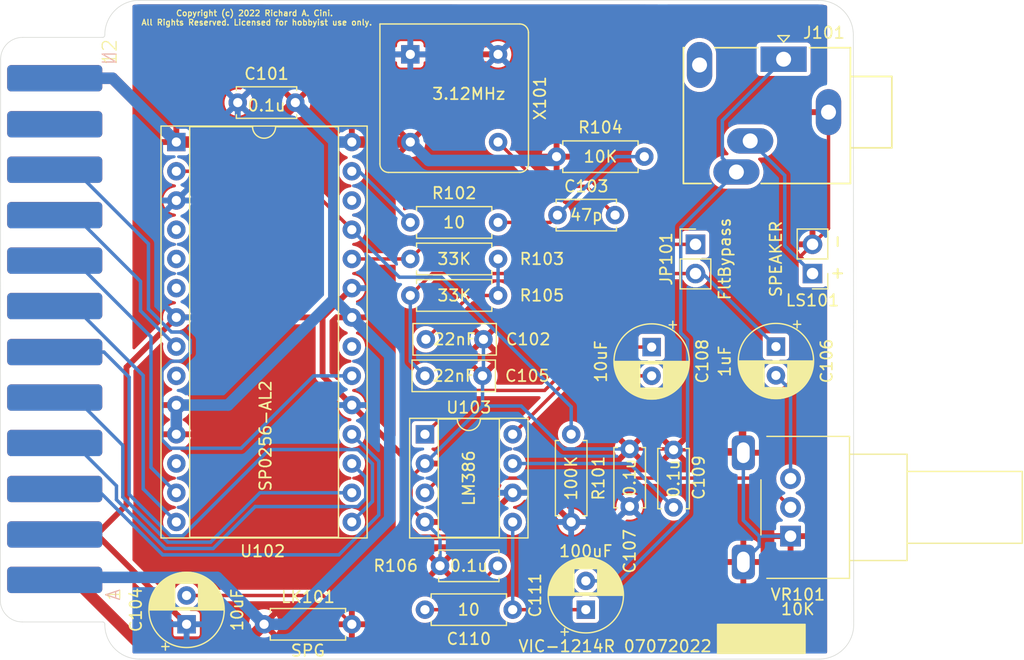
<source format=kicad_pcb>
(kicad_pcb (version 20211014) (generator pcbnew)
  (layers (0 "F.Cu" signal) (31 "B.Cu" signal) (34 "B.Paste" user) (35 "F.Paste" user) (36 "B.SilkS" user "B.Silkscreen") (37 "F.SilkS" user "F.Silkscreen") (38 "B.Mask" user) (39 "F.Mask" user) (44 "Edge.Cuts" user))
  (net 0 "")
  (net 1 "Net-(C102-Pad1)")
  (net 2 "GNDA")
  (net 3 "Net-(C103-Pad1)")
  (net 4 "Net-(C103-Pad2)")
  (net 5 "Net-(C105-Pad1)")
  (net 6 "Net-(C106-Pad2)")
  (net 7 "Net-(C108-Pad1)")
  (net 8 "Net-(C108-Pad2)")
  (net 9 "Net-(C109-Pad1)")
  (net 10 "Net-(C110-Pad1)")
  (net 11 "Net-(C111-Pad1)")
  (net 12 "Net-(C111-Pad2)")
  (net 13 "Net-(J101-PadRN)")
  (net 15 "Net-(JP101-Pad1)")
  (net 16 "Net-(R101-Pad1)")
  (net 17 "Net-(R102-Pad2)")
  (net 26 "GND")
  (net 29 "PB0")
  (net 30 "PB1")
  (net 31 "PB2")
  (net 32 "PB3")
  (net 33 "PB4")
  (net 34 "PB5")
  (net 35 "PB6")
  (net 36 "PB7")
  (net 45 "Net-(U103-Pad3)")
  (net 46 "VCC")
  (footprint "Capacitor_THT:CP_Radial_D6.3mm_P2.50mm" (layer "F.Cu") (at 114.935 101.64 -90)
    (fp_text reference "C108" (at 1.23 -4.4 90) (layer "F.SilkS"))
    (fp_text value "10uF" (at 1.25 4.4 90) (layer "F.SilkS"))
    (pad "1" thru_hole rect (at 0 0 270) (size 1.6 1.6) (drill 0.8) (layers *.Cu *.Mask) (net 7 "Net-(C108-Pad1)"))
    (pad "2" thru_hole circle (at 2.5 0 270) (size 1.6 1.6) (drill 0.8) (layers *.Cu *.Mask) (net 8 "Net-(C108-Pad2)"))
  )
  (footprint "Capacitor_THT:CP_Radial_D6.3mm_P2.50mm" (layer "F.Cu") (at 109.22 124.46 90)
    (fp_text reference "C111" (at 1.25 -4.4 90) (layer "F.SilkS"))
    (fp_text value "100uF" (at 5.08 0 180) (layer "F.SilkS"))
    (pad "1" thru_hole rect (at 0 0 90) (size 1.6 1.6) (drill 0.8) (layers *.Cu *.Mask) (net 11 "Net-(C111-Pad1)"))
    (pad "2" thru_hole circle (at 2.5 0 90) (size 1.6 1.6) (drill 0.8) (layers *.Cu *.Mask) (net 12 "Net-(C111-Pad2)"))
  )
  (footprint "Resistor_THT:R_Axial_DIN0207_L6.3mm_D2.5mm_P7.62mm_Horizontal" (layer "F.Cu") (at 114.3 85.09 180)
    (fp_text reference "R104" (at 3.81 2.54) (layer "F.SilkS"))
    (fp_text value "10K" (at 3.81 0) (layer "F.SilkS"))
    (pad "1" thru_hole circle (at 0 0 180) (size 1.6 1.6) (drill 0.8) (layers *.Cu *.Mask) (net 3 "Net-(C103-Pad1)"))
    (pad "2" thru_hole oval (at 7.62 0 180) (size 1.6 1.6) (drill 0.8) (layers *.Cu *.Mask) (net 26 "GND"))
  )
  (footprint "Package_DIP:DIP-28_W15.24mm_Socket" (layer "F.Cu") (at 73.66 83.82)
    (fp_text reference "U102" (at 7.493 35.56) (layer "F.SilkS"))
    (fp_text value "SP0256-AL2" (at 7.747 25.527 90) (layer "F.SilkS"))
    (pad "1" thru_hole rect (at 0 0) (size 1.6 1.6) (drill 0.8) (layers *.Cu *.Mask) (net 26 "GND"))
    (pad "2" thru_hole oval (at 0 2.54) (size 1.6 1.6) (drill 0.8) (layers *.Cu *.Mask) (net 16 "Net-(R101-Pad1)"))
    (pad "3" thru_hole oval (at 0 5.08) (size 1.6 1.6) (drill 0.8) (layers *.Cu *.Mask) (net 46 "VCC"))
    (pad "4" thru_hole oval (at 0 7.62) (size 1.6 1.6) (drill 0.8) (layers *.Cu *.Mask))
    (pad "5" thru_hole oval (at 0 10.16) (size 1.6 1.6) (drill 0.8) (layers *.Cu *.Mask))
    (pad "6" thru_hole oval (at 0 12.7) (size 1.6 1.6) (drill 0.8) (layers *.Cu *.Mask))
    (pad "7" thru_hole oval (at 0 15.24) (size 1.6 1.6) (drill 0.8) (layers *.Cu *.Mask) (net 46 "VCC"))
    (pad "8" thru_hole oval (at 0 17.78) (size 1.6 1.6) (drill 0.8) (layers *.Cu *.Mask) (net 35 "PB6"))
    (pad "9" thru_hole oval (at 0 20.32) (size 1.6 1.6) (drill 0.8) (layers *.Cu *.Mask))
    (pad "10" thru_hole oval (at 0 22.86) (size 1.6 1.6) (drill 0.8) (layers *.Cu *.Mask) (net 26 "GND"))
    (pad "11" thru_hole oval (at 0 25.4) (size 1.6 1.6) (drill 0.8) (layers *.Cu *.Mask) (net 26 "GND"))
    (pad "12" thru_hole oval (at 0 27.94) (size 1.6 1.6) (drill 0.8) (layers *.Cu *.Mask))
    (pad "13" thru_hole oval (at 0 30.48) (size 1.6 1.6) (drill 0.8) (layers *.Cu *.Mask) (net 34 "PB5"))
    (pad "14" thru_hole oval (at 0 33.02) (size 1.6 1.6) (drill 0.8) (layers *.Cu *.Mask) (net 33 "PB4"))
    (pad "15" thru_hole oval (at 15.24 33.02) (size 1.6 1.6) (drill 0.8) (layers *.Cu *.Mask) (net 32 "PB3"))
    (pad "16" thru_hole oval (at 15.24 30.48) (size 1.6 1.6) (drill 0.8) (layers *.Cu *.Mask) (net 31 "PB2"))
    (pad "17" thru_hole oval (at 15.24 27.94) (size 1.6 1.6) (drill 0.8) (layers *.Cu *.Mask) (net 30 "PB1"))
    (pad "18" thru_hole oval (at 15.24 25.4) (size 1.6 1.6) (drill 0.8) (layers *.Cu *.Mask) (net 29 "PB0"))
    (pad "19" thru_hole oval (at 15.24 22.86) (size 1.6 1.6) (drill 0.8) (layers *.Cu *.Mask) (net 46 "VCC"))
    (pad "20" thru_hole oval (at 15.24 20.32) (size 1.6 1.6) (drill 0.8) (layers *.Cu *.Mask) (net 36 "PB7"))
    (pad "21" thru_hole oval (at 15.24 17.78) (size 1.6 1.6) (drill 0.8) (layers *.Cu *.Mask))
    (pad "22" thru_hole oval (at 15.24 15.24) (size 1.6 1.6) (drill 0.8) (layers *.Cu *.Mask) (net 26 "GND"))
    (pad "23" thru_hole oval (at 15.24 12.7) (size 1.6 1.6) (drill 0.8) (layers *.Cu *.Mask) (net 46 "VCC"))
    (pad "24" thru_hole oval (at 15.24 10.16) (size 1.6 1.6) (drill 0.8) (layers *.Cu *.Mask) (net 15 "Net-(JP101-Pad1)"))
    (pad "25" thru_hole oval (at 15.24 7.62) (size 1.6 1.6) (drill 0.8) (layers *.Cu *.Mask) (net 16 "Net-(R101-Pad1)"))
    (pad "26" thru_hole oval (at 15.24 5.08) (size 1.6 1.6) (drill 0.8) (layers *.Cu *.Mask))
    (pad "27" thru_hole oval (at 15.24 2.54) (size 1.6 1.6) (drill 0.8) (layers *.Cu *.Mask) (net 17 "Net-(R102-Pad2)"))
    (pad "28" thru_hole oval (at 15.24 0) (size 1.6 1.6) (drill 0.8) (layers *.Cu *.Mask) (net 26 "GND"))
  )
  (footprint "Resistor_THT:R_Axial_DIN0207_L6.3mm_D2.5mm_P7.62mm_Horizontal" (layer "F.Cu") (at 107.95 109.22 -90)
    (fp_text reference "R101" (at 3.81 -2.37 90) (layer "F.SilkS"))
    (fp_text value "100K" (at 3.81 0 90) (layer "F.SilkS"))
    (pad "1" thru_hole circle (at 0 0 270) (size 1.6 1.6) (drill 0.8) (layers *.Cu *.Mask) (net 16 "Net-(R101-Pad1)"))
    (pad "2" thru_hole oval (at 7.62 0 270) (size 1.6 1.6) (drill 0.8) (layers *.Cu *.Mask) (net 46 "VCC"))
  )
  (footprint "Connector_Audio:Jack_3.5mm_Ledino_KB3SPRS_Horizontal" (layer "F.Cu") (at 126.396 76.6225 180)
    (fp_text reference "J101" (at -3.5 2.3) (layer "F.SilkS"))
    (fp_text value "JACK 3.5MM")
    (pad "R" thru_hole oval (at 4.1 -9.8 180) (size 4 2.2) (drill 1.3) (layers *.Cu *.Mask) (net 12 "Net-(C111-Pad2)"))
    (pad "RN" thru_hole oval (at 2.9 -7.1 180) (size 4 2.2) (drill 1.3) (layers *.Cu *.Mask) (net 13 "Net-(J101-PadRN)"))
    (pad "S" thru_hole oval (at -3.9 -4.6 180) (size 2.2 4) (drill 1.3) (layers *.Cu *.Mask) (net 2 "GNDA"))
    (pad "T" thru_hole rect (at 0 0 180) (size 4 2.2) (drill 1.3) (layers *.Cu *.Mask) (net 12 "Net-(C111-Pad2)"))
    (pad "TN" thru_hole oval (at 7.3 -0.5 270) (size 4 2.2) (drill 1.3) (layers *.Cu *.Mask))
  )
  (footprint "Capacitor_THT:C_Disc_D5.0mm_W2.5mm_P5.00mm" (layer "F.Cu") (at 116.84 115.57 90)
    (fp_text reference "C109" (at 2.5908 2.1844 90) (layer "F.SilkS"))
    (fp_text value "0.1u" (at 2.5 0 90) (layer "F.SilkS"))
    (pad "1" thru_hole circle (at 0 0 90) (size 1.6 1.6) (drill 0.8) (layers *.Cu *.Mask) (net 9 "Net-(C109-Pad1)"))
    (pad "2" thru_hole circle (at 5 0 90) (size 1.6 1.6) (drill 0.8) (layers *.Cu *.Mask) (net 2 "GNDA"))
  )
  (footprint "Package_DIP:DIP-8_W7.62mm_Socket" (layer "F.Cu") (at 95.25 109.22)
    (fp_text reference "U103" (at 3.81 -2.33) (layer "F.SilkS"))
    (fp_text value "LM386" (at 3.81 3.81 90) (layer "F.SilkS"))
    (pad "1" thru_hole rect (at 0 0) (size 1.6 1.6) (drill 0.8) (layers *.Cu *.Mask) (net 7 "Net-(C108-Pad1)"))
    (pad "2" thru_hole oval (at 0 2.54) (size 1.6 1.6) (drill 0.8) (layers *.Cu *.Mask) (net 2 "GNDA"))
    (pad "3" thru_hole oval (at 0 5.08) (size 1.6 1.6) (drill 0.8) (layers *.Cu *.Mask) (net 45 "Net-(U103-Pad3)"))
    (pad "4" thru_hole oval (at 0 7.62) (size 1.6 1.6) (drill 0.8) (layers *.Cu *.Mask) (net 2 "GNDA"))
    (pad "5" thru_hole oval (at 7.62 7.62) (size 1.6 1.6) (drill 0.8) (layers *.Cu *.Mask) (net 11 "Net-(C111-Pad1)"))
    (pad "6" thru_hole oval (at 7.62 5.08) (size 1.6 1.6) (drill 0.8) (layers *.Cu *.Mask) (net 46 "VCC"))
    (pad "7" thru_hole oval (at 7.62 2.54) (size 1.6 1.6) (drill 0.8) (layers *.Cu *.Mask) (net 9 "Net-(C109-Pad1)"))
    (pad "8" thru_hole oval (at 7.62 0) (size 1.6 1.6) (drill 0.8) (layers *.Cu *.Mask) (net 8 "Net-(C108-Pad2)"))
  )
  (footprint "Oscillator:Oscillator_DIP-8" (layer "F.Cu") (at 93.98 76.2 -90)
    (fp_text reference "X101" (at 3.81 -11.26 90) (layer "F.SilkS"))
    (fp_text value "3.12MHz" (at 3.435 -5.08 180) (layer "F.SilkS"))
    (pad "1" thru_hole rect (at 0 0 270) (size 1.6 1.6) (drill 0.8) (layers *.Cu *.Mask) (net 46 "VCC"))
    (pad "4" thru_hole circle (at 7.62 0 270) (size 1.6 1.6) (drill 0.8) (layers *.Cu *.Mask) (net 26 "GND"))
    (pad "5" thru_hole circle (at 7.62 -7.62 270) (size 1.6 1.6) (drill 0.8) (layers *.Cu *.Mask) (net 4 "Net-(C103-Pad2)"))
    (pad "8" thru_hole circle (at 0 -7.62 270) (size 1.6 1.6) (drill 0.8) (layers *.Cu *.Mask) (net 46 "VCC"))
  )
  (footprint "Resistor_THT:R_Axial_DIN0207_L6.3mm_D2.5mm_P7.62mm_Horizontal" (layer "F.Cu") (at 101.6 97.155 180)
    (fp_text reference "R105" (at -3.81 0) (layer "F.SilkS"))
    (fp_text value "33K" (at 3.81 0) (layer "F.SilkS"))
    (pad "1" thru_hole circle (at 0 0 180) (size 1.6 1.6) (drill 0.8) (layers *.Cu *.Mask) (net 1 "Net-(C102-Pad1)"))
    (pad "2" thru_hole oval (at 7.62 0 180) (size 1.6 1.6) (drill 0.8) (layers *.Cu *.Mask) (net 5 "Net-(C105-Pad1)"))
  )
  (footprint "Potentiometer_THT:Potentiometer_Alps_RK09L_Single_Horizontal" (layer "F.Cu") (at 127 118.07 180)
    (fp_text reference "VR101" (at -0.635 -5.08) (layer "F.SilkS"))
    (fp_text value "10K" (at -0.635 -6.35) (layer "F.SilkS"))
    (pad "1" thru_hole rect (at 0 0) (size 1.8 1.8) (drill 1) (layers *.Cu *.Mask) (net 2 "GNDA"))
    (pad "2" thru_hole circle (at 0 2.5) (size 1.8 1.8) (drill 1) (layers *.Cu *.Mask) (net 45 "Net-(U103-Pad3)"))
    (pad "3" thru_hole circle (at 0 5) (size 1.8 1.8) (drill 1) (layers *.Cu *.Mask) (net 6 "Net-(C106-Pad2)"))
    (pad "MP" thru_hole roundrect (at 4.1 7.25 90) (size 3 2) (drill oval 1.8 1.1) (layers *.Cu *.Mask) (net 2 "GNDA"))
    (pad "MP" thru_hole roundrect (at 4.1 -2.25 90) (size 3 2) (drill oval 1.8 1.1) (layers *.Cu *.Mask) (net 2 "GNDA"))
  )
  (footprint "Capacitor_THT:C_Disc_D5.0mm_W2.5mm_P5.00mm" (layer "F.Cu") (at 106.76 90.17)
    (fp_text reference "C103" (at 2.5 -2.5) (layer "F.SilkS"))
    (fp_text value "47p" (at 2.5 0) (layer "F.SilkS"))
    (pad "1" thru_hole circle (at 0 0) (size 1.6 1.6) (drill 0.8) (layers *.Cu *.Mask) (net 3 "Net-(C103-Pad1)"))
    (pad "2" thru_hole circle (at 5 0) (size 1.6 1.6) (drill 0.8) (layers *.Cu *.Mask) (net 4 "Net-(C103-Pad2)"))
  )
  (footprint "Capacitor_THT:C_Disc_D5.0mm_W2.5mm_P5.00mm" (layer "F.Cu") (at 113.03 115.49 90)
    (fp_text reference "C107" (at -3.89 0 90) (layer "F.SilkS"))
    (fp_text value "0.1u" (at 2.5 0 90) (layer "F.SilkS"))
    (pad "1" thru_hole circle (at 0 0 90) (size 1.6 1.6) (drill 0.8) (layers *.Cu *.Mask) (net 46 "VCC"))
    (pad "2" thru_hole circle (at 5 0 90) (size 1.6 1.6) (drill 0.8) (layers *.Cu *.Mask) (net 2 "GNDA"))
  )
  (footprint "Connector_PinHeader_2.54mm:PinHeader_1x02_P2.54mm_Vertical" (layer "F.Cu") (at 128.905 95.25 180)
    (fp_text reference "LS101" (at 0 -2.33) (layer "F.SilkS"))
    (fp_text value "SPEAKER" (at 3.175 1.27 90) (layer "F.SilkS"))
    (pad "1" thru_hole rect (at 0 0 180) (size 1.7 1.7) (drill 1) (layers *.Cu *.Mask) (net 13 "Net-(J101-PadRN)"))
    (pad "2" thru_hole oval (at 0 2.54 180) (size 1.7 1.7) (drill 1) (layers *.Cu *.Mask) (net 2 "GNDA"))
  )
  (footprint "Resistor_THT:R_Axial_DIN0207_L6.3mm_D2.5mm_P7.62mm_Horizontal" (layer "F.Cu") (at 101.6 90.805 180)
    (fp_text reference "R102" (at 3.81 2.54) (layer "F.SilkS"))
    (fp_text value "10" (at 3.81 0) (layer "F.SilkS"))
    (pad "1" thru_hole circle (at 0 0 180) (size 1.6 1.6) (drill 0.8) (layers *.Cu *.Mask) (net 3 "Net-(C103-Pad1)"))
    (pad "2" thru_hole oval (at 7.62 0 180) (size 1.6 1.6) (drill 0.8) (layers *.Cu *.Mask) (net 17 "Net-(R102-Pad2)"))
  )
  (footprint "RAC_Custom:MA156-12-2-Peripheral" (layer "F.Cu") (at 63.5 100.076 -90)
    (fp_text reference "U101" hide)
    (fp_text value "MA156-12-2" hide)
    (fp_text user "N" (at -24.257 -5.08 -90) (layer "B.SilkS") (effects (font (size 1.2065 1.2065) (thickness 0.1016)) (justify left bottom mirror)))
    (fp_text user "A" (at 22.5044 -5.3848 -90) (layer "B.SilkS") (effects (font (size 1.2065 1.2065) (thickness 0.1016)) (justify left bottom mirror)))
    (fp_text user "12" (at -22.86 -5.08 -90) (layer "F.SilkS") (effects (font (size 1.2065 1.2065) (thickness 0.1016)) (justify left bottom)))
    (fp_text user "1" (at 23.7 -5.4 -90) (layer "F.SilkS") (effects (font (size 1.2065 1.2065) (thickness 0.1016)) (justify left bottom)))
    (fp_line (start 23.545 5.127962) (end -23.445 5.0975) (layer "Edge.Cuts") (width 0.05))
    (fp_line (start -25.35 3.1925) (end -25.35 -3.7925) (layer "Edge.Cuts") (width 0.05))
    (fp_line (start 25.45 3.222962) (end 25.45 -3.7925) (layer "Edge.Cuts") (width 0.05))
    (fp_arc (start -25.575 -3.95) (mid -25.433007 -3.913383) (end -25.35 -3.7925) (layer "Edge.Cuts") (width 0.05))
    (fp_arc (start 25.45 3.222962) (mid 24.892038 4.569999) (end 23.545 5.127962) (layer "Edge.Cuts") (width 0.05))
    (fp_arc (start -23.445 5.0975) (mid -24.792038 4.539538) (end -25.35 3.1925) (layer "Edge.Cuts") (width 0.05))
    (fp_arc (start 25.45 -3.7925) (mid 25.533011 -3.913375) (end 25.675 -3.95) (layer "Edge.Cuts") (width 0.05))
    (pad "1" smd roundrect (at 21.8 0.4 90) (size 2.286 8.255) (layers "F.Cu" "F.Paste" "F.Mask") (roundrect_rratio 0.15) (net 26 "GND"))
    (pad "2" smd roundrect (at 17.85 0.4 90) (size 2.286 8.255) (layers "F.Cu" "F.Paste" "F.Mask") (roundrect_rratio 0.15) (net 46 "VCC"))
    (pad "3" smd roundrect (at 13.9 0.4 90) (size 2.286 8.255) (layers "F.Cu" "F.Paste" "F.Mask") (roundrect_rratio 0.15))
    (pad "4" smd roundrect (at 9.9 0.4 90) (size 2.286 8.255) (layers "F.Cu" "F.Paste" "F.Mask") (roundrect_rratio 0.15))
    (pad "5" smd roundrect (at 5.95 0.4 90) (size 2.286 8.255) (layers "F.Cu" "F.Paste" "F.Mask") (roundrect_rratio 0.15))
    (pad "6" smd roundrect (at 2 0.4 90) (size 2.286 8.255) (layers "F.Cu" "F.Paste" "F.Mask") (roundrect_rratio 0.15))
    (pad "7" smd roundrect (at -2 0.4 90) (size 2.286 8.255) (layers "F.Cu" "F.Paste" "F.Mask") (roundrect_rratio 0.15))
    (pad "8" smd roundrect (at -5.95 0.4 90) (size 2.286 8.255) (layers "F.Cu" "F.Paste" "F.Mask") (roundrect_rratio 0.15))
    (pad "9" smd roundrect (at -9.9 0.4 90) (size 2.286 8.255) (layers "F.Cu" "F.Paste" "F.Mask") (roundrect_rratio 0.15))
    (pad "10" smd roundrect (at -13.85 0.4 90) (size 2.286 8.255) (layers "F.Cu" "F.Paste" "F.Mask") (roundrect_rratio 0.15))
    (pad "11" smd roundrect (at -17.8 0.4 90) (size 2.286 8.255) (layers "F.Cu" "F.Paste" "F.Mask") (roundrect_rratio 0.15))
    (pad "12" smd roundrect (at -21.8 0.4 90) (size 2.286 8.255) (layers "F.Cu" "F.Paste" "F.Mask") (roundrect_rratio 0.15) (net 26 "GND"))
    (pad "A" smd roundrect (at 21.8 0.4 90) (size 2.286 8.255) (layers "B.Cu" "B.Paste" "B.Mask") (roundrect_rratio 0.15) (net 26 "GND"))
    (pad "B" smd roundrect (at 17.85 0.4 90) (size 2.286 8.255) (layers "B.Cu" "B.Paste" "B.Mask") (roundrect_rratio 0.15))
    (pad "C" smd roundrect (at 13.9 0.4 90) (size 2.286 8.255) (layers "B.Cu" "B.Paste" "B.Mask") (roundrect_rratio 0.15) (net 29 "PB0"))
    (pad "D" smd roundrect (at 9.9 0.4 90) (size 2.286 8.255) (layers "B.Cu" "B.Paste" "B.Mask") (roundrect_rratio 0.15) (net 30 "PB1"))
    (pad "E" smd roundrect (at 5.95 0.4 90) (size 2.286 8.255) (layers "B.Cu" "B.Paste" "B.Mask") (roundrect_rratio 0.15) (net 31 "PB2"))
    (pad "F" smd roundrect (at 2 0.4 90) (size 2.286 8.255) (layers "B.Cu" "B.Paste" "B.Mask") (roundrect_rratio 0.15) (net 32 "PB3"))
    (pad "H" smd roundrect (at -2 0.4 90) (size 2.286 8.255) (layers "B.Cu" "B.Paste" "B.Mask") (roundrect_rratio 0.15) (net 33 "PB4"))
    (pad "J" smd roundrect (at -5.95 0.4 90) (size 2.286 8.255) (layers "B.Cu" "B.Paste" "B.Mask") (roundrect_rratio 0.15) (net 34 "PB5"))
    (pad "K" smd roundrect (at -9.9 0.4 90) (size 2.286 8.255) (layers "B.Cu" "B.Paste" "B.Mask") (roundrect_rratio 0.15) (net 35 "PB6"))
    (pad "L" smd roundrect (at -13.85 0.4 90) (size 2.286 8.255) (layers "B.Cu" "B.Paste" "B.Mask") (roundrect_rratio 0.15) (net 36 "PB7"))
    (pad "M" smd roundrect (at -17.8 0.4 90) (size 2.286 8.255) (layers "B.Cu" "B.Paste" "B.Mask") (roundrect_rratio 0.15))
    (pad "N" smd roundrect (at -21.8 0.4 90) (size 2.286 8.255) (layers "B.Cu" "B.Paste" "B.Mask") (roundrect_rratio 0.15) (net 26 "GND"))
  )
  (footprint "Capacitor_THT:C_Disc_D5.0mm_W2.5mm_P5.00mm" (layer "F.Cu") (at 78.994 80.391)
    (fp_text reference "C101" (at 2.5 -2.5) (layer "F.SilkS"))
    (fp_text value "0.1u" (at 2.5 0.254) (layer "F.SilkS"))
    (pad "1" thru_hole circle (at 0 0) (size 1.6 1.6) (drill 0.8) (layers *.Cu *.Mask) (net 46 "VCC"))
    (pad "2" thru_hole circle (at 5 0) (size 1.6 1.6) (drill 0.8) (layers *.Cu *.Mask) (net 26 "GND"))
  )
  (footprint "Connector_PinHeader_2.54mm:PinHeader_1x02_P2.54mm_Vertical" (layer "F.Cu") (at 118.745 92.71)
    (fp_text reference "JP101" (at -2.54 1.27 90) (layer "F.SilkS"))
    (fp_text value "FltBypass" (at 2.54 1.27 90) (layer "F.SilkS"))
    (pad "1" thru_hole rect (at 0 0) (size 1.7 1.7) (drill 1) (layers *.Cu *.Mask) (net 15 "Net-(JP101-Pad1)"))
    (pad "2" thru_hole oval (at 0 2.54) (size 1.7 1.7) (drill 1) (layers *.Cu *.Mask) (net 5 "Net-(C105-Pad1)"))
  )
  (footprint "Capacitor_THT:CP_Radial_D6.3mm_P2.50mm" (layer "F.Cu") (at 125.73 101.6 -90)
    (fp_text reference "C106" (at 1.25 -4.4 90) (layer "F.SilkS"))
    (fp_text value "1uF" (at 1.27 4.445 90) (layer "F.SilkS"))
    (pad "1" thru_hole rect (at 0 0 270) (size 1.6 1.6) (drill 0.8) (layers *.Cu *.Mask) (net 5 "Net-(C105-Pad1)"))
    (pad "2" thru_hole circle (at 2.5 0 270) (size 1.6 1.6) (drill 0.8) (layers *.Cu *.Mask) (net 6 "Net-(C106-Pad2)"))
  )
  (footprint "Capacitor_THT:C_Disc_D7.0mm_W2.5mm_P5.00mm" (layer "F.Cu") (at 95.33 100.965)
    (fp_text reference "C102" (at 8.89 0) (layer "F.SilkS"))
    (fp_text value "22nF" (at 2.5 0) (layer "F.SilkS"))
    (pad "1" thru_hole circle (at 0 0) (size 1.6 1.6) (drill 0.8) (layers *.Cu *.Mask) (net 1 "Net-(C102-Pad1)"))
    (pad "2" thru_hole circle (at 5 0) (size 1.6 1.6) (drill 0.8) (layers *.Cu *.Mask) (net 2 "GNDA"))
  )
  (footprint "Capacitor_THT:CP_Radial_D6.3mm_P2.50mm" (layer "F.Cu") (at 74.549 125.73 90)
    (fp_text reference "C104" (at 1.25 -4.4 90) (layer "F.SilkS"))
    (fp_text value "10uF" (at 1.25 4.4 90) (layer "F.SilkS"))
    (pad "1" thru_hole rect (at 0 0 90) (size 1.6 1.6) (drill 0.8) (layers *.Cu *.Mask) (net 46 "VCC"))
    (pad "2" thru_hole circle (at 2.5 0 90) (size 1.6 1.6) (drill 0.8) (layers *.Cu *.Mask) (net 2 "GNDA"))
  )
  (footprint "Capacitor_THT:C_Disc_D7.0mm_W2.5mm_P5.00mm" (layer "F.Cu") (at 95.25 104.14)
    (fp_text reference "C105" (at 8.89 0) (layer "F.SilkS"))
    (fp_text value "22nF" (at 2.5 0) (layer "F.SilkS"))
    (pad "1" thru_hole circle (at 0 0) (size 1.6 1.6) (drill 0.8) (layers *.Cu *.Mask) (net 5 "Net-(C105-Pad1)"))
    (pad "2" thru_hole circle (at 5 0) (size 1.6 1.6) (drill 0.8) (layers *.Cu *.Mask) (net 2 "GNDA"))
  )
  (footprint "Resistor_THT:R_Axial_DIN0207_L6.3mm_D2.5mm_P7.62mm_Horizontal" (layer "F.Cu") (at 95.25 124.46)
    (fp_text reference "R106" (at -2.54 -3.81) (layer "F.SilkS"))
    (fp_text value "10" (at 3.81 0) (layer "F.SilkS"))
    (pad "1" thru_hole circle (at 0 0) (size 1.6 1.6) (drill 0.8) (layers *.Cu *.Mask) (net 10 "Net-(C110-Pad1)"))
    (pad "2" thru_hole oval (at 7.62 0) (size 1.6 1.6) (drill 0.8) (layers *.Cu *.Mask) (net 11 "Net-(C111-Pad1)"))
  )
  (footprint "Resistor_THT:R_Axial_DIN0207_L6.3mm_D2.5mm_P7.62mm_Horizontal" (layer "F.Cu") (at 81.28 125.73)
    (fp_text reference "LK101" (at 3.81 -2.37) (layer "F.SilkS"))
    (fp_text value "Link")
    (pad "1" thru_hole circle (at 0 0) (size 1.6 1.6) (drill 0.8) (layers *.Cu *.Mask) (net 26 "GND"))
    (pad "2" thru_hole oval (at 7.62 0) (size 1.6 1.6) (drill 0.8) (layers *.Cu *.Mask) (net 2 "GNDA"))
  )
  (footprint "Capacitor_THT:C_Disc_D5.0mm_W2.5mm_P5.00mm" (layer "F.Cu") (at 101.56 120.65 180)
    (fp_text reference "C110" (at 2.5 -6.35) (layer "F.SilkS"))
    (fp_text value "0.1u" (at 2.5 0) (layer "F.SilkS"))
    (pad "1" thru_hole circle (at 0 0 180) (size 1.6 1.6) (drill 0.8) (layers *.Cu *.Mask) (net 10 "Net-(C110-Pad1)"))
    (pad "2" thru_hole circle (at 5 0 180) (size 1.6 1.6) (drill 0.8) (layers *.Cu *.Mask) (net 2 "GNDA"))
  )
  (footprint "Resistor_THT:R_Axial_DIN0207_L6.3mm_D2.5mm_P7.62mm_Horizontal" (layer "F.Cu") (at 93.98 93.98)
    (fp_text reference "R103" (at 11.43 0) (layer "F.SilkS"))
    (fp_text value "33K" (at 3.81 0) (layer "F.SilkS"))
    (pad "1" thru_hole circle (at 0 0) (size 1.6 1.6) (drill 0.8) (layers *.Cu *.Mask) (net 15 "Net-(JP101-Pad1)"))
    (pad "2" thru_hole oval (at 7.62 0) (size 1.6 1.6) (drill 0.8) (layers *.Cu *.Mask) (net 1 "Net-(C102-Pad1)"))
  )
  (gr_poly (pts (xy 128.27 128.27) (xy 120.65 128.27) (xy 120.65 125.73) (xy 128.27 125.73)) (layer "F.SilkS") (width 0.1) (fill solid))
  (gr_line (start 132.45068 74.51132) (end 132.4864 125.7526) (layer "Edge.Cuts") (width 0.0508))
  (gr_arc (start 70.45 128.751) (mid 68.32868 127.87232) (end 67.45 125.751) (layer "Edge.Cuts") (width 0.0508))
  (gr_arc (start 129.45068 71.51132) (mid 131.572 72.39) (end 132.45068 74.51132) (layer "Edge.Cuts") (width 0.0508))
  (gr_arc (start 132.4864 125.7526) (mid 131.60772 127.87392) (end 129.4864 128.7526) (layer "Edge.Cuts") (width 0.0508))
  (gr_line (start 129.4864 128.7526) (end 70.45 128.751) (layer "Edge.Cuts") (width 0.0508))
  (gr_arc (start 67.45 74.501) (mid 68.32868 72.37968) (end 70.45 71.501) (layer "Edge.Cuts") (width 0.0508))
  (gr_line (start 70.45 71.501) (end 129.45068 71.51132) (layer "Edge.Cuts") (width 0.0508))
  (gr_text "VIC-1214R 07072022" (at 111.76 127.635) (layer "F.SilkS") (effects (font (size 1 1))))
  (gr_text "-  +" (at 131.1656 93.853 270) (layer "F.SilkS") (effects (font (size 1 1) (thickness 0.17))))
  (gr_text "SPG" (at 85.09 128.016) (layer "F.SilkS") (effects (font (size 1 1))))
  (gr_text "Copyright (c) 2022 Richard A. Cini. \nAll Rights Reserved. Licensed for hobbyist use only.\n" (at 80.645 73.025) (layer "F.SilkS") (effects (font (size 0.5 0.5) (thickness 0.1))))
  (segment (start 95.33 100.965) (end 99.14 97.155) (width 0.3) (layer "F.Cu") (net 1))
  (segment (start 99.14 97.155) (end 101.6 97.155) (width 0.3) (layer "F.Cu") (net 1))
  (segment (start 101.6 93.98) (end 101.6 97.155) (width 0.3) (layer "B.Cu") (net 1))
  (segment (start 74.549 123.23) (end 86.4 123.23) (width 0.3) (layer "F.Cu") (net 2))
  (segment (start 91.48 125.73) (end 88.9 125.73) (width 0.3) (layer "F.Cu") (net 2))
  (segment (start 94.0423 112.9677) (end 95.25 111.76) (width 0.3) (layer "F.Cu") (net 2))
  (segment (start 96.56 120.65) (end 91.48 125.73) (width 0.3) (layer "F.Cu") (net 2))
  (segment (start 122.65 110.57) (end 122.65 98.965) (width 0.3) (layer "F.Cu") (net 2))
  (segment (start 116.76 110.49) (end 116.84 110.57) (width 0.3) (layer "F.Cu") (net 2))
  (segment (start 128.905 92.71) (end 130.296 91.319) (width 0.3) (layer "F.Cu") (net 2))
  (segment (start 94.0423 115.6323) (end 94.0423 112.9677) (width 0.3) (layer "F.Cu") (net 2))
  (segment (start 116.84 110.57) (end 122.65 110.57) (width 0.3) (layer "F.Cu") (net 2))
  (segment (start 122.65 110.57) (end 122.9 110.82) (width 0.3) (layer "F.Cu") (net 2))
  (segment (start 86.4 123.23) (end 88.9 125.73) (width 0.3) (layer "F.Cu") (net 2))
  (segment (start 95.25 116.84) (end 94.0423 115.6323) (width 0.3) (layer "F.Cu") (net 2))
  (segment (start 122.65 98.965) (end 128.905 92.71) (width 0.3) (layer "F.Cu") (net 2))
  (segment (start 130.296 91.319) (end 130.296 81.2225) (width 0.3) (layer "F.Cu") (net 2))
  (segment (start 113.03 110.49) (end 116.76 110.49) (width 0.3) (layer "F.Cu") (net 2))
  (segment (start 124.2723 118.07) (end 124.2723 118.9477) (width 0.3) (layer "B.Cu") (net 2))
  (segment (start 100.25 104.14) (end 100.25 106.76) (width 0.3) (layer "B.Cu") (net 2))
  (segment (start 100.33 100.965) (end 100.33 104.06) (width 0.3) (layer "B.Cu") (net 2))
  (segment (start 122.9 110.82) (end 122.9 116.6977) (width 0.3) (layer "B.Cu") (net 2))
  (segment (start 124.2723 118.9477) (end 122.9 120.32) (width 0.3) (layer "B.Cu") (net 2))
  (segment (start 107.3384 110.49) (end 113.03 110.49) (width 0.3) (layer "B.Cu") (net 2))
  (segment (start 100.25 106.76) (end 103.6084 106.76) (width 0.3) (layer "B.Cu") (net 2))
  (segment (start 127 118.07) (end 124.2723 118.07) (width 0.3) (layer "B.Cu") (net 2))
  (segment (start 100.33 104.06) (end 100.25 104.14) (width 0.3) (layer "B.Cu") (net 2))
  (segment (start 96.56 120.65) (end 96.56 118.15) (width 0.3) (layer "B.Cu") (net 2))
  (segment (start 122.9 116.6977) (end 124.2723 118.07) (width 0.3) (layer "B.Cu") (net 2))
  (segment (start 103.6084 106.76) (end 107.3384 110.49) (width 0.3) (layer "B.Cu") (net 2))
  (segment (start 100.25 106.76) (end 95.25 111.76) (width 0.3) (layer "B.Cu") (net 2))
  (segment (start 96.56 118.15) (end 95.25 116.84) (width 0.3) (layer "B.Cu") (net 2))
  (segment (start 106.125 90.805) (end 106.76 90.17) (width 0.3) (layer "F.Cu") (net 3))
  (segment (start 101.6 90.805) (end 106.125 90.805) (width 0.3) (layer "F.Cu") (net 3))
  (segment (start 106.76 90.17) (end 111.84 85.09) (width 0.3) (layer "B.Cu") (net 3))
  (segment (start 111.84 85.09) (end 114.3 85.09) (width 0.3) (layer "B.Cu") (net 3))
  (segment (start 109.26 87.67) (end 105.45 87.67) (width 0.3) (layer "F.Cu") (net 4))
  (segment (start 105.45 87.67) (end 101.6 83.82) (width 0.3) (layer "F.Cu") (net 4))
  (segment (start 111.76 90.17) (end 109.26 87.67) (width 0.3) (layer "F.Cu") (net 4))
  (segment (start 95.885 95.25) (end 118.745 95.25) (width 0.3) (layer "F.Cu") (net 5))
  (segment (start 93.98 97.155) (end 95.885 95.25) (width 0.3) (layer "F.Cu") (net 5))
  (segment (start 125.73 101.6) (end 119.38 95.25) (width 0.3) (layer "B.Cu") (net 5))
  (segment (start 93.98 102.87) (end 93.98 97.155) (width 0.3) (layer "B.Cu") (net 5))
  (segment (start 119.38 95.25) (end 118.745 95.25) (width 0.3) (layer "B.Cu") (net 5))
  (segment (start 95.25 104.14) (end 93.98 102.87) (width 0.3) (layer "B.Cu") (net 5))
  (segment (start 127 105.37) (end 127 113.07) (width 0.3) (layer "B.Cu") (net 6))
  (segment (start 125.73 104.1) (end 127 105.37) (width 0.3) (layer "B.Cu") (net 6))
  (segment (start 109.4109 101.64) (end 114.935 101.64) (width 0.3) (layer "F.Cu") (net 7))
  (segment (start 95.25 109.22) (end 99.0634 105.4066) (width 0.3) (layer "F.Cu") (net 7))
  (segment (start 105.6443 105.4066) (end 109.4109 101.64) (width 0.3) (layer "F.Cu") (net 7))
  (segment (start 99.0634 105.4066) (end 105.6443 105.4066) (width 0.3) (layer "F.Cu") (net 7))
  (segment (start 102.87 109.22) (end 107.95 104.14) (width 0.3) (layer "F.Cu") (net 8))
  (segment (start 107.95 104.14) (end 114.935 104.14) (width 0.3) (layer "F.Cu") (net 8))
  (segment (start 113.03 111.76) (end 116.84 115.57) (width 0.3) (layer "B.Cu") (net 9))
  (segment (start 102.87 111.76) (end 113.03 111.76) (width 0.3) (layer "B.Cu") (net 9))
  (segment (start 97.75 124.46) (end 95.25 124.46) (width 0.3) (layer "F.Cu") (net 10))
  (segment (start 101.56 120.65) (end 97.75 124.46) (width 0.3) (layer "F.Cu") (net 10))
  (segment (start 102.87 124.46) (end 109.22 124.46) (width 0.3) (layer "F.Cu") (net 11))
  (segment (start 102.87 116.84) (end 102.87 124.46) (width 0.3) (layer "B.Cu") (net 11))
  (segment (start 117.4626 100.4076) (end 117.4626 91.2559) (width 0.3) (layer "B.Cu") (net 12))
  (segment (start 126.396 76.6225) (end 121.0779 81.9406) (width 0.3) (layer "B.Cu") (net 12))
  (segment (start 118.0581 116.0611) (end 118.0581 101.0031) (width 0.3) (layer "B.Cu") (net 12))
  (segment (start 118.0581 101.0031) (end 117.4626 100.4076) (width 0.3) (layer "B.Cu") (net 12))
  (segment (start 112.1592 121.96) (end 118.0581 116.0611) (width 0.3) (layer "B.Cu") (net 12))
  (segment (start 117.4626 91.2559) (end 122.296 86.4225) (width 0.3) (layer "B.Cu") (net 12))
  (segment (start 121.0779 81.9406) (end 121.0779 85.2044) (width 0.3) (layer "B.Cu") (net 12))
  (segment (start 109.22 121.96) (end 112.1592 121.96) (width 0.3) (layer "B.Cu") (net 12))
  (segment (start 121.0779 85.2044) (end 122.296 86.4225) (width 0.3) (layer "B.Cu") (net 12))
  (segment (start 126.4956 86.7221) (end 123.496 83.7225) (width 0.3) (layer "B.Cu") (net 13))
  (segment (start 126.4956 92.8406) (end 126.4956 86.7221) (width 0.3) (layer "B.Cu") (net 13))
  (segment (start 128.905 95.25) (end 126.4956 92.8406) (width 0.3) (layer "B.Cu") (net 13))
  (segment (start 93.98 93.98) (end 88.9 93.98) (width 0.3) (layer "F.Cu") (net 15))
  (segment (start 95.25 92.71) (end 93.98 93.98) (width 0.3) (layer "F.Cu") (net 15))
  (segment (start 118.745 92.71) (end 95.25 92.71) (width 0.3) (layer "F.Cu") (net 15))
  (segment (start 88.9 91.44) (end 83.82 86.36) (width 0.3) (layer "F.Cu") (net 16))
  (segment (start 83.82 86.36) (end 73.66 86.36) (width 0.3) (layer "F.Cu") (net 16))
  (segment (start 96.6827 95.5675) (end 93.0275 95.5675) (width 0.3) (layer "B.Cu") (net 16))
  (segment (start 107.95 106.8348) (end 96.6827 95.5675) (width 0.3) (layer "B.Cu") (net 16))
  (segment (start 107.95 109.22) (end 107.95 106.8348) (width 0.3) (layer "B.Cu") (net 16))
  (segment (start 93.0275 95.5675) (end 88.9 91.44) (width 0.3) (layer "B.Cu") (net 16))
  (segment (start 89.535 86.36) (end 88.9 86.36) (width 0.3) (layer "B.Cu") (net 17))
  (segment (start 93.98 90.805) (end 89.535 86.36) (width 0.3) (layer "B.Cu") (net 17))
  (segment (start 80.565 83.82) (end 83.994 80.391) (width 1) (layer "F.Cu") (net 26))
  (segment (start 63.1 121.876) (end 64.8671 121.876) (width 1) (layer "F.Cu") (net 26))
  (segment (start 73.66 83.82) (end 68.116 78.276) (width 1) (layer "F.Cu") (net 26))
  (segment (start 73.66 83.82) (end 80.565 83.82) (width 1) (layer "F.Cu") (net 26))
  (segment (start 93.98 83.82) (end 88.9 83.82) (width 1) (layer "F.Cu") (net 26))
  (segment (start 64.8671 121.876) (end 70.2715 127.2804) (width 1) (layer "F.Cu") (net 26))
  (segment (start 70.2715 127.2804) (end 79.7296 127.2804) (width 1) (layer "F.Cu") (net 26))
  (segment (start 79.7296 127.2804) (end 81.28 125.73) (width 1) (layer "F.Cu") (net 26))
  (segment (start 68.116 78.276) (end 63.1 78.276) (width 1) (layer "F.Cu") (net 26))
  (segment (start 77.2046 121.6546) (end 81.28 125.73) (width 1) (layer "B.Cu") (net 26))
  (segment (start 88.9 83.82) (end 87.3366 83.82) (width 1) (layer "B.Cu") (net 26))
  (segment (start 87.3366 83.7336) (end 83.994 80.391) (width 1) (layer "B.Cu") (net 26))
  (segment (start 63.1 121.876) (end 63.3214 121.6546) (width 1) (layer "B.Cu") (net 26))
  (segment (start 68.116 78.276) (end 63.1 78.276) (width 1) (layer "B.Cu") (net 26))
  (segment (start 63.3214 121.6546) (end 77.2046 121.6546) (width 1) (layer "B.Cu") (net 26))
  (segment (start 73.66 109.22) (end 73.66 106.68) (width 1) (layer "B.Cu") (net 26))
  (segment (start 81.28 125.73) (end 83.0258 125.73) (width 1) (layer "B.Cu") (net 26))
  (segment (start 87.3366 97.4966) (end 78.1532 106.68) (width 1) (layer "B.Cu") (net 26))
  (segment (start 78.1532 106.68) (end 73.66 106.68) (width 1) (layer "B.Cu") (net 26))
  (segment (start 87.3366 83.82) (end 87.3366 83.7336) (width 1) (layer "B.Cu") (net 26))
  (segment (start 73.66 83.82) (end 68.116 78.276) (width 1) (layer "B.Cu") (net 26))
  (segment (start 106.3491 85.4209) (end 106.68 85.09) (width 1) (layer "B.Cu") (net 26))
  (segment (start 92.1915 116.5643) (end 92.1915 102.3515) (width 1) (layer "B.Cu") (net 26))
  (segment (start 95.5809 85.4209) (end 106.3491 85.4209) (width 1) (layer "B.Cu") (net 26))
  (segment (start 87.3366 97.4966) (end 87.3366 83.82) (width 1) (layer "B.Cu") (net 26))
  (segment (start 83.0258 125.73) (end 92.1915 116.5643) (width 1) (layer "B.Cu") (net 26))
  (segment (start 88.9 99.06) (end 87.3366 97.4966) (width 1) (layer "B.Cu") (net 26))
  (segment (start 92.1915 102.3515) (end 88.9 99.06) (width 1) (layer "B.Cu") (net 26))
  (segment (start 93.98 83.82) (end 95.5809 85.4209) (width 1) (layer "B.Cu") (net 26))
  (segment (start 91.2403 111.5603) (end 88.9 109.22) (width 0.3) (layer "B.Cu") (net 29))
  (segment (start 63.1 113.976) (end 66.7604 113.976) (width 0.3) (layer "B.Cu") (net 29))
  (segment (start 87.7726 119.6952) (end 91.2403 116.2275) (width 0.3) (layer "B.Cu") (net 29))
  (segment (start 66.7604 113.976) (end 72.4796 119.6952) (width 0.3) (layer "B.Cu") (net 29))
  (segment (start 72.4796 119.6952) (end 87.7726 119.6952) (width 0.3) (layer "B.Cu") (net 29))
  (segment (start 91.2403 116.2275) (end 91.2403 111.5603) (width 0.3) (layer "B.Cu") (net 29))
  (segment (start 68.4606 114.898) (end 72.7075 119.1449) (width 0.3) (layer "B.Cu") (net 30))
  (segment (start 63.1 109.976) (end 64.739 109.976) (width 0.3) (layer "B.Cu") (net 30))
  (segment (start 68.4606 113.6976) (end 68.4606 114.898) (width 0.3) (layer "B.Cu") (net 30))
  (segment (start 76.8589 119.1449) (end 80.5034 115.5004) (width 0.3) (layer "B.Cu") (net 30))
  (segment (start 90.1056 112.9656) (end 88.9 111.76) (width 0.3) (layer "B.Cu") (net 30))
  (segment (start 90.1056 114.8021) (end 90.1056 112.9656) (width 0.3) (layer "B.Cu") (net 30))
  (segment (start 89.4073 115.5004) (end 90.1056 114.8021) (width 0.3) (layer "B.Cu") (net 30))
  (segment (start 80.5034 115.5004) (end 89.4073 115.5004) (width 0.3) (layer "B.Cu") (net 30))
  (segment (start 72.7075 119.1449) (end 76.8589 119.1449) (width 0.3) (layer "B.Cu") (net 30))
  (segment (start 64.739 109.976) (end 68.4606 113.6976) (width 0.3) (layer "B.Cu") (net 30))
  (segment (start 80.9255 114.3) (end 88.9 114.3) (width 0.3) (layer "B.Cu") (net 31))
  (segment (start 69.011 110.1841) (end 69.011 114.6702) (width 0.3) (layer "B.Cu") (net 31))
  (segment (start 69.011 114.6702) (end 72.9354 118.5946) (width 0.3) (layer "B.Cu") (net 31))
  (segment (start 63.1 106.026) (end 64.8529 106.026) (width 0.3) (layer "B.Cu") (net 31))
  (segment (start 72.9354 118.5946) (end 76.6309 118.5946) (width 0.3) (layer "B.Cu") (net 31))
  (segment (start 64.8529 106.026) (end 69.011 110.1841) (width 0.3) (layer "B.Cu") (net 31))
  (segment (start 76.6309 118.5946) (end 80.9255 114.3) (width 0.3) (layer "B.Cu") (net 31))
  (segment (start 67.3796 102.076) (end 69.5614 104.2578) (width 0.3) (layer "B.Cu") (net 32))
  (segment (start 74.2225 118.0404) (end 81.7147 110.5482) (width 0.3) (layer "B.Cu") (net 32))
  (segment (start 63.1 102.076) (end 67.3796 102.076) (width 0.3) (layer "B.Cu") (net 32))
  (segment (start 90.6899 111.7883) (end 90.6899 115.0501) (width 0.3) (layer "B.Cu") (net 32))
  (segment (start 69.5614 104.2578) (end 69.5614 114.4422) (width 0.3) (layer "B.Cu") (net 32))
  (segment (start 81.7147 110.5482) (end 89.4498 110.5482) (width 0.3) (layer "B.Cu") (net 32))
  (segment (start 89.4498 110.5482) (end 90.6899 111.7883) (width 0.3) (layer "B.Cu") (net 32))
  (segment (start 69.5614 114.4422) (end 73.1596 118.0404) (width 0.3) (layer "B.Cu") (net 32))
  (segment (start 90.6899 115.0501) (end 88.9 116.84) (width 0.3) (layer "B.Cu") (net 32))
  (segment (start 73.1596 118.0404) (end 74.2225 118.0404) (width 0.3) (layer "B.Cu") (net 32))
  (segment (start 70.781 113.961) (end 73.66 116.84) (width 0.3) (layer "B.Cu") (net 33))
  (segment (start 70.7809 113.961) (end 70.781 113.961) (width 0.3) (layer "B.Cu") (net 33))
  (segment (start 70.7809 104.1086) (end 70.7809 113.961) (width 0.3) (layer "B.Cu") (net 33))
  (segment (start 64.7483 98.076) (end 70.7809 104.1086) (width 0.3) (layer "B.Cu") (net 33))
  (segment (start 63.1 98.076) (end 64.7483 98.076) (width 0.3) (layer "B.Cu") (net 33))
  (segment (start 64.8307 94.126) (end 71.4589 100.7542) (width 0.3) (layer "B.Cu") (net 34))
  (segment (start 71.4589 100.7542) (end 71.4589 112.0989) (width 0.3) (layer "B.Cu") (net 34))
  (segment (start 71.4589 112.0989) (end 73.66 114.3) (width 0.3) (layer "B.Cu") (net 34))
  (segment (start 63.1 94.126) (end 64.8307 94.126) (width 0.3) (layer "B.Cu") (net 34))
  (segment (start 70.5485 95.9285) (end 70.5485 98.4886) (width 0.3) (layer "B.Cu") (net 35))
  (segment (start 70.5486 98.4886) (end 73.66 101.6) (width 0.3) (layer "B.Cu") (net 35))
  (segment (start 63.1 90.176) (end 64.796 90.176) (width 0.3) (layer "B.Cu") (net 35))
  (segment (start 64.796 90.176) (end 70.5485 95.9285) (width 0.3) (layer "B.Cu") (net 35))
  (segment (start 70.5485 98.4886) (end 70.5486 98.4886) (width 0.3) (layer "B.Cu") (net 35))
  (segment (start 63.1 86.226) (end 64.8031 86.226) (width 0.3) (layer "B.Cu") (net 36))
  (segment (start 74.8604 102.1402) (end 74.1306 102.87) (width 0.3) (layer "B.Cu") (net 36))
  (segment (start 71.2387 98.3363) (end 73.2324 100.33) (width 0.3) (layer "B.Cu") (net 36))
  (segment (start 74.8604 101.0422) (end 74.8604 102.1402) (width 0.3) (layer "B.Cu") (net 36))
  (segment (start 73.1481 110.4285) (end 79.2907 110.4285) (width 0.3) (layer "B.Cu") (net 36))
  (segment (start 74.1482 100.33) (end 74.8604 101.0422) (width 0.3) (layer "B.Cu") (net 36))
  (segment (start 73.1906 102.87) (end 72.4103 103.6503) (width 0.3) (layer "B.Cu") (net 36))
  (segment (start 74.1306 102.87) (end 73.1906 102.87) (width 0.3) (layer "B.Cu") (net 36))
  (segment (start 71.2387 92.6616) (end 71.2387 98.3363) (width 0.3) (layer "B.Cu") (net 36))
  (segment (start 85.5792 104.14) (end 88.9 104.14) (width 0.3) (layer "B.Cu") (net 36))
  (segment (start 72.4103 103.6503) (end 72.4103 109.6907) (width 0.3) (layer "B.Cu") (net 36))
  (segment (start 79.2907 110.4285) (end 85.5792 104.14) (width 0.3) (layer "B.Cu") (net 36))
  (segment (start 73.2324 100.33) (end 74.1482 100.33) (width 0.3) (layer "B.Cu") (net 36))
  (segment (start 64.8031 86.226) (end 71.2387 92.6616) (width 0.3) (layer "B.Cu") (net 36))
  (segment (start 72.4103 109.6907) (end 73.1481 110.4285) (width 0.3) (layer "B.Cu") (net 36))
  (segment (start 127 115.57) (end 124.46 113.03) (width 0.3) (layer "F.Cu") (net 45))
  (segment (start 96.52 113.03) (end 95.25 114.3) (width 0.3) (layer "F.Cu") (net 45))
  (segment (start 124.46 113.03) (end 96.52 113.03) (width 0.3) (layer "F.Cu") (net 45))
  (segment (start 107.95 116.84) (end 105.41 114.3) (width 0.508) (layer "F.Cu") (net 46))
  (segment (start 113.03 115.49) (end 111.68 116.84) (width 0.508) (layer "F.Cu") (net 46))
  (segment (start 101.6 76.2) (end 93.98 76.2) (width 0.508) (layer "F.Cu") (net 46))
  (segment (start 66.745 117.926) (end 63.1 117.926) (width 0.508) (layer "F.Cu") (net 46))
  (segment (start 74.549 125.73) (end 66.745 117.926) (width 0.508) (layer "F.Cu") (net 46))
  (segment (start 88.9 96.52) (end 86.36 99.06) (width 0.508) (layer "F.Cu") (net 46))
  (segment (start 94.6874 118.1747) (end 98.9953 118.1747) (width 0.508) (layer "F.Cu") (net 46))
  (segment (start 86.36 104.14) (end 88.9 106.68) (width 0.508) (layer "F.Cu") (net 46))
  (segment (start 93.3879 111.1679) (end 93.3879 116.8752) (width 0.508) (layer "F.Cu") (net 46))
  (segment (start 111.68 116.84) (end 107.95 116.84) (width 0.508) (layer "F.Cu") (net 46))
  (segment (start 69.3289 103.3911) (end 69.3289 115.3421) (width 0.508) (layer "F.Cu") (net 46))
  (segment (start 88.9 106.68) (end 93.3879 111.1679) (width 0.508) (layer "F.Cu") (net 46))
  (segment (start 69.3289 115.3421) (end 66.745 117.926) (width 0.508) (layer "F.Cu") (net 46))
  (segment (start 98.9953 118.1747) (end 102.87 114.3) (width 0.508) (layer "F.Cu") (net 46))
  (segment (start 73.66 99.06) (end 69.3289 103.3911) (width 0.508) (layer "F.Cu") (net 46))
  (segment (start 86.36 99.06) (end 86.36 104.14) (width 0.508) (layer "F.Cu") (net 46))
  (segment (start 105.41 114.3) (end 102.87 114.3) (width 0.508) (layer "F.Cu") (net 46))
  (segment (start 86.36 99.06) (end 73.66 99.06) (width 0.508) (layer "F.Cu") (net 46))
  (segment (start 93.3879 116.8752) (end 94.6874 118.1747) (width 0.508) (layer "F.Cu") (net 46))
  (segment (start 93.98 76.2) (end 83.185 76.2) (width 0.508) (layer "F.Cu") (net 46))
  (segment (start 83.185 76.2) (end 78.994 80.391) (width 0.508) (layer "F.Cu") (net 46))
  (segment (start 72.3556 97.7556) (end 72.3556 90.2044) (width 0.508) (layer "B.Cu") (net 46))
  (segment (start 73.66 99.06) (end 72.3556 97.7556) (width 0.508) (layer "B.Cu") (net 46))
  (segment (start 78.994 80.391) (end 78.994 83.566) (width 0.508) (layer "B.Cu") (net 46))
  (segment (start 78.994 83.566) (end 73.66 88.9) (width 0.508) (layer "B.Cu") (net 46))
  (segment (start 72.3556 90.2044) (end 73.66 88.9) (width 0.508) (layer "B.Cu") (net 46))
  (zone (net 26) (net_name "GND") (layer "F.Cu") (connect_pads (clearance 0.35)) (min_thickness 0.254) (fill yes (thermal_gap 0.508) (thermal_bridge_width 0.508))
    (polygon (pts (xy 115.57 88.265) (xy 92.71 88.265) (xy 92.71 123.19) (xy 87.63 123.19) (xy 83.185 128.27) (xy 69.85 128.27) (xy 69.85 71.755) (xy 115.57 71.755)))
  )
  (zone (net 2) (net_name "GNDA") (layer "F.Cu") (connect_pads (clearance 0.35)) (min_thickness 0.254) (fill yes (thermal_gap 0.508) (thermal_bridge_width 0.508))
    (polygon (pts (xy 130.175 128.27) (xy 83.82 128.27) (xy 87.63 123.825) (xy 93.345 123.825) (xy 93.345 88.9) (xy 116.205 88.9) (xy 116.205 71.755) (xy 130.175 71.755)))
  )
  (zone (net 46) (net_name "VCC") (layer "B.Cu") (connect_pads (clearance 0.35)) (min_thickness 0.254) (fill yes (thermal_gap 0.508) (thermal_bridge_width 0.508))
    (polygon (pts (xy 130.175 128.27) (xy 69.85 128.27) (xy 69.85 71.755) (xy 130.175 71.755)))
  )
)
</source>
